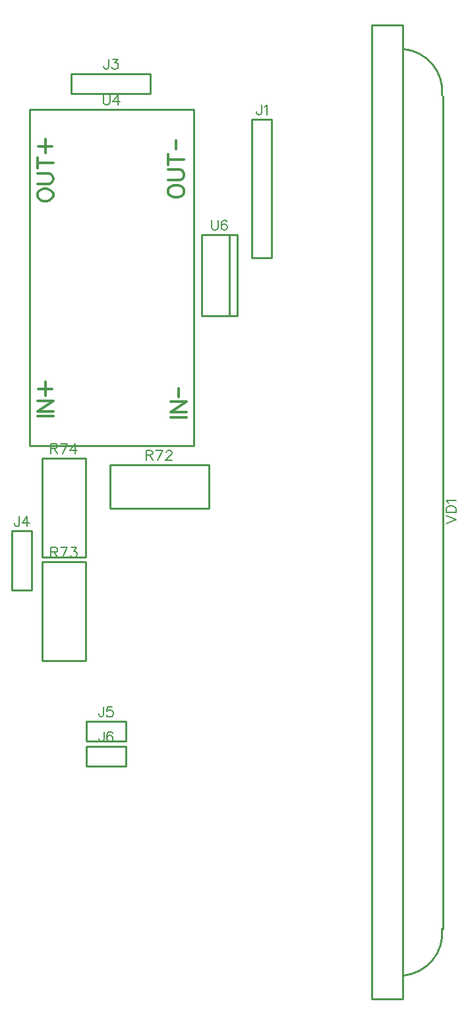
<source format=gbr>
G04 DipTrace 3.3.1.3*
G04 TopSilk.gbr*
%MOIN*%
G04 #@! TF.FileFunction,Legend,Top*
G04 #@! TF.Part,Single*
%ADD10C,0.009843*%
%ADD84C,0.00772*%
%ADD86C,0.012351*%
%FSLAX26Y26*%
G04*
G70*
G90*
G75*
G01*
G04 TopSilk*
%LPD*%
X1699951Y4181201D2*
D10*
X1799951D1*
X1699951Y4881201D2*
Y4181201D1*
Y4881201D2*
X1799951D1*
Y4181201D1*
X1187450Y5012450D2*
Y5112450D1*
X787450Y5012450D2*
X1187450D1*
X787450Y5112450D2*
X1187450D1*
X787450Y5012450D2*
Y5112450D1*
X487451Y2799951D2*
X587451D1*
Y2499951D1*
X487451D2*
X587451D1*
X487451Y2799951D2*
Y2499951D1*
X862451Y1837450D2*
Y1737450D1*
X1062451Y1837450D2*
X862451D1*
X1062451D2*
Y1737450D1*
X862451D1*
Y1712450D2*
Y1612450D1*
X1062451Y1712450D2*
X862451D1*
X1062451D2*
Y1612450D1*
X862451D1*
X1481202Y2914714D2*
X981202D1*
Y3135186D1*
X1481202D1*
Y2914714D1*
X639715Y2143701D2*
X860188D1*
Y2643701D1*
X639715D1*
Y2143701D1*
Y2668701D2*
X860188D1*
Y3168701D1*
X639715D1*
Y2668701D1*
X574965Y3231211D2*
X1406149D1*
Y4931211D1*
X574965D1*
Y3231211D1*
X1587200Y4298424D2*
Y3888975D1*
X1626626Y4298424D2*
Y3888975D1*
X1445524Y4298424D2*
Y3888975D1*
Y4298424D2*
X1626626D1*
X1445524Y3888975D2*
X1626626D1*
X2306841Y436073D2*
X2464336D1*
Y5357333D1*
X2306841D1*
Y436073D1*
X2465625Y5236762D2*
G02X2662494Y5000542I-19666J-216535D01*
G01*
X2465625Y552707D2*
G03X2662494Y788928I-19666J216535D01*
G01*
X2665109Y4999066D2*
Y786467D1*
X1748201Y4954424D2*
D84*
Y4916177D1*
X1745824Y4908992D1*
X1743392Y4906616D1*
X1738639Y4904184D1*
X1733831D1*
X1729078Y4906616D1*
X1726701Y4908992D1*
X1724269Y4916177D1*
Y4920931D1*
X1763640Y4944807D2*
X1768449Y4947239D1*
X1775634Y4954369D1*
Y4904184D1*
X974950Y5185673D2*
Y5147427D1*
X972573Y5140242D1*
X970141Y5137865D1*
X965388Y5135433D1*
X960580D1*
X955826Y5137865D1*
X953450Y5140242D1*
X951018Y5147427D1*
Y5152180D1*
X995197Y5185618D2*
X1021450D1*
X1007136Y5166495D1*
X1014321D1*
X1019074Y5164118D1*
X1021450Y5161741D1*
X1023882Y5154556D1*
Y5149803D1*
X1021450Y5142618D1*
X1016697Y5137810D1*
X1009512Y5135433D1*
X1002327D1*
X995197Y5137810D1*
X992821Y5140242D1*
X990389Y5144995D1*
X523763Y2873175D2*
Y2834928D1*
X521386Y2827743D1*
X518954Y2825366D1*
X514201Y2822935D1*
X509393D1*
X504639Y2825366D1*
X502263Y2827743D1*
X499831Y2834928D1*
Y2839681D1*
X563134Y2822935D2*
Y2873119D1*
X539202Y2839681D1*
X575072D1*
X949951Y1910673D2*
Y1872427D1*
X947574Y1865242D1*
X945143Y1862865D1*
X940389Y1860433D1*
X935581D1*
X930828Y1862865D1*
X928451Y1865242D1*
X926019Y1872427D1*
Y1877180D1*
X994075Y1910618D2*
X970199D1*
X967822Y1889118D1*
X970199Y1891495D1*
X977384Y1893927D1*
X984514D1*
X991699Y1891495D1*
X996507Y1886741D1*
X998884Y1879556D1*
Y1874803D1*
X996507Y1867618D1*
X991699Y1862810D1*
X984514Y1860433D1*
X977384D1*
X970199Y1862810D1*
X967822Y1865242D1*
X965390Y1869995D1*
X951167Y1785673D2*
Y1747427D1*
X948790Y1740242D1*
X946358Y1737865D1*
X941605Y1735433D1*
X936797D1*
X932044Y1737865D1*
X929667Y1740242D1*
X927235Y1747427D1*
Y1752180D1*
X995291Y1778488D2*
X992914Y1783241D1*
X985729Y1785618D1*
X980976D1*
X973791Y1783241D1*
X968983Y1776056D1*
X966606Y1764118D1*
Y1752180D1*
X968983Y1742618D1*
X973791Y1737810D1*
X980976Y1735433D1*
X983353D1*
X990483Y1737810D1*
X995291Y1742618D1*
X997668Y1749803D1*
Y1752180D1*
X995291Y1759365D1*
X990483Y1764118D1*
X983353Y1766495D1*
X980976D1*
X973791Y1764118D1*
X968983Y1759365D1*
X966606Y1752180D1*
X1165523Y3184478D2*
X1187023D1*
X1194208Y3186910D1*
X1196640Y3189286D1*
X1199016Y3194039D1*
Y3198848D1*
X1196640Y3203601D1*
X1194208Y3206033D1*
X1187023Y3208409D1*
X1165523D1*
Y3158169D1*
X1182270Y3184478D2*
X1199016Y3158169D1*
X1224017D2*
X1247949Y3208354D1*
X1214455D1*
X1265820Y3196416D2*
Y3198793D1*
X1268196Y3203601D1*
X1270573Y3205978D1*
X1275382Y3208354D1*
X1284943D1*
X1289696Y3205978D1*
X1292073Y3203601D1*
X1294505Y3198793D1*
Y3194039D1*
X1292073Y3189231D1*
X1287320Y3182101D1*
X1263388Y3158169D1*
X1296881D1*
X684272Y2692992D2*
X705772D1*
X712957Y2695424D1*
X715389Y2697801D1*
X717766Y2702554D1*
Y2707362D1*
X715389Y2712115D1*
X712957Y2714547D1*
X705772Y2716924D1*
X684272D1*
Y2666684D1*
X701019Y2692992D2*
X717766Y2666684D1*
X742766D2*
X766698Y2716869D1*
X733205D1*
X786946D2*
X813199D1*
X798884Y2697745D1*
X806069D1*
X810822Y2695369D1*
X813199Y2692992D1*
X815631Y2685807D1*
Y2681054D1*
X813199Y2673869D1*
X808446Y2669060D1*
X801261Y2666684D1*
X794076D1*
X786946Y2669060D1*
X784569Y2671492D1*
X782137Y2676245D1*
X683084Y3217992D2*
X704584D1*
X711769Y3220424D1*
X714201Y3222801D1*
X716577Y3227554D1*
Y3232362D1*
X714201Y3237115D1*
X711769Y3239547D1*
X704584Y3241924D1*
X683084D1*
Y3191684D1*
X699831Y3217992D2*
X716577Y3191684D1*
X741578D2*
X765510Y3241869D1*
X732016D1*
X804881Y3191684D2*
Y3241869D1*
X780949Y3208431D1*
X816819D1*
X948447Y5004434D2*
Y4968564D1*
X950823Y4961379D1*
X955632Y4956626D1*
X962817Y4954194D1*
X967570D1*
X974755Y4956626D1*
X979563Y4961379D1*
X981940Y4968564D1*
Y5004434D1*
X1021311Y4954194D2*
Y5004379D1*
X997379Y4970941D1*
X1033249D1*
X1496078Y4371647D2*
Y4335777D1*
X1498454Y4328592D1*
X1503263Y4323839D1*
X1510448Y4321407D1*
X1515201D1*
X1522386Y4323839D1*
X1527195Y4328592D1*
X1529571Y4335777D1*
Y4371647D1*
X1573695Y4364462D2*
X1571319Y4369215D1*
X1564134Y4371592D1*
X1559380D1*
X1552195Y4369215D1*
X1547387Y4362030D1*
X1545010Y4350092D1*
Y4338154D1*
X1547387Y4328592D1*
X1552195Y4323784D1*
X1559380Y4321407D1*
X1561757D1*
X1568887Y4323784D1*
X1573695Y4328592D1*
X1576072Y4335777D1*
Y4338154D1*
X1573695Y4345339D1*
X1568887Y4350092D1*
X1561757Y4352468D1*
X1559380D1*
X1552195Y4350092D1*
X1547387Y4345339D1*
X1545010Y4338154D1*
X2682068Y2839398D2*
X2732308Y2858521D1*
X2682068Y2877644D1*
Y2893083D2*
X2732308D1*
Y2909830D1*
X2729876Y2917015D1*
X2725123Y2921823D1*
X2720314Y2924200D1*
X2713184Y2926577D1*
X2701191D1*
X2694006Y2924200D1*
X2689253Y2921823D1*
X2684444Y2917015D1*
X2682068Y2909830D1*
Y2893083D1*
X2691685Y2942016D2*
X2689253Y2946824D1*
X2682123Y2954009D1*
X2732308D1*
X614575Y3381207D2*
D86*
X694959D1*
X614575Y3459499D2*
X694959D1*
X614575Y3405910D1*
X694959D1*
X620367Y3518602D2*
X689255D1*
X654855Y3484202D2*
Y3553090D1*
X1289553Y3374917D2*
X1369937D1*
X1289553Y3453209D2*
X1369937D1*
X1289553Y3399620D1*
X1369937D1*
X1329790Y3477912D2*
Y3522128D1*
X614575Y4491689D2*
X618378Y4483996D1*
X626071Y4476391D1*
X633676Y4472500D1*
X645172Y4468697D1*
X664362D1*
X675769Y4472500D1*
X683463Y4476391D1*
X691068Y4483996D1*
X694959Y4491689D1*
Y4506988D1*
X691068Y4514593D1*
X683463Y4522286D1*
X675769Y4526089D1*
X664362Y4529891D1*
X645172D1*
X633676Y4526089D1*
X626071Y4522286D1*
X618378Y4514593D1*
X614575Y4506988D1*
Y4491689D1*
Y4554594D2*
X671967D1*
X683463Y4558397D1*
X691068Y4566090D1*
X694959Y4577586D1*
Y4585191D1*
X691068Y4596687D1*
X683463Y4604381D1*
X671967Y4608184D1*
X614575D1*
Y4659681D2*
X694959D1*
X614575Y4632886D2*
Y4686476D1*
X620367Y4745578D2*
X689255D1*
X654855Y4711178D2*
Y4780066D1*
X1277077Y4510389D2*
X1280879Y4502696D1*
X1288573Y4495091D1*
X1296178Y4491200D1*
X1307674Y4487397D1*
X1326864D1*
X1338271Y4491200D1*
X1345965Y4495091D1*
X1353570Y4502696D1*
X1357461Y4510389D1*
Y4525688D1*
X1353570Y4533293D1*
X1345965Y4540986D1*
X1338271Y4544789D1*
X1326864Y4548591D1*
X1307674D1*
X1296178Y4544789D1*
X1288573Y4540986D1*
X1280880Y4533293D1*
X1277077Y4525688D1*
Y4510389D1*
Y4573294D2*
X1334469D1*
X1345965Y4577097D1*
X1353570Y4584790D1*
X1357461Y4596286D1*
Y4603891D1*
X1353570Y4615387D1*
X1345965Y4623081D1*
X1334469Y4626884D1*
X1277077D1*
Y4678381D2*
X1357461D1*
X1277077Y4651586D2*
Y4705176D1*
X1317313Y4729878D2*
Y4774094D1*
M02*

</source>
